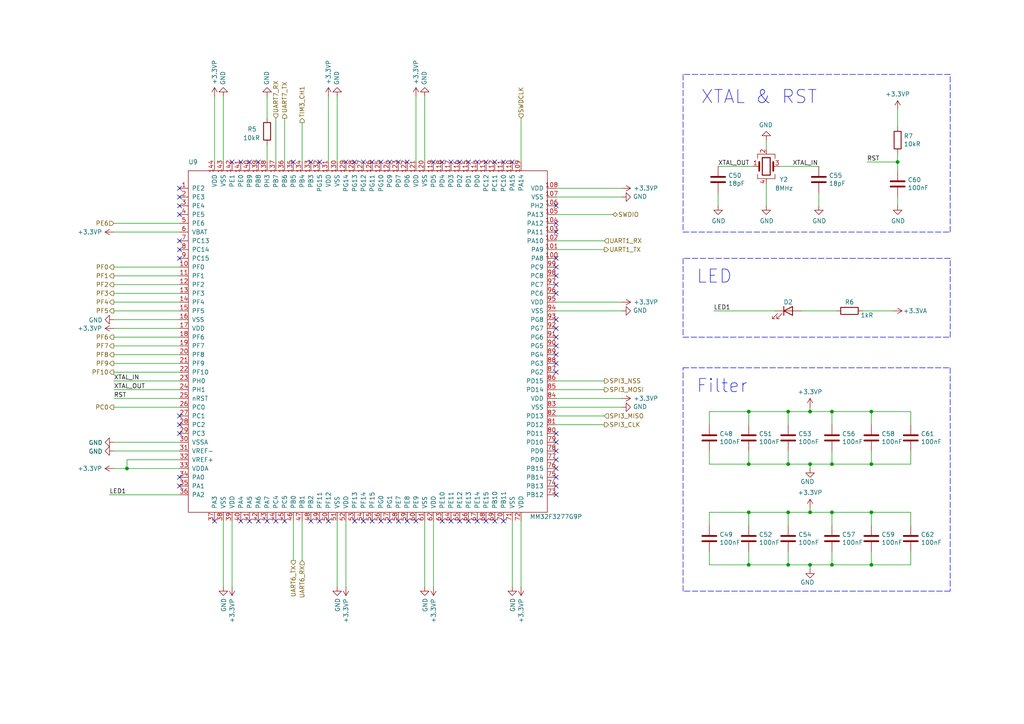
<source format=kicad_sch>
(kicad_sch (version 20211123) (generator eeschema)
  (paper "A4")
  (title_block (title "MM32 Control Board") (date "2022-05-18") (rev "1.5.4"))
  (lib_symbols
    (symbol "Device:C" (pin_numbers hide) (pin_names (offset 0.254))
      (property "Reference" "C" (at 0.635 2.54 0))
      (property "Value" "C" (at 0.635 -2.54 0))
      (symbol "C_0_1"
        (polyline (pts (xy -2.032 -0.762) (xy 2.032 -0.762)) (stroke (width 0.508)))
        (polyline (pts (xy -2.032 0.762) (xy 2.032 0.762)) (stroke (width 0.508)))
      )
      (symbol "C_1_1"
        (pin passive line (at 0 3.81 270) (length 2.794) (name "~") (number "1"))
        (pin passive line (at 0 -3.81 90) (length 2.794) (name "~") (number "2"))
      )
    )
    (symbol "Device:Crystal_GND24" (pin_names (offset 1.016) hide)
      (property "Reference" "Y" (at 3.175 5.08 0))
      (property "Value" "Crystal_GND24" (at 3.175 3.175 0))
      (symbol "Crystal_GND24_0_1"
        (rectangle (start -1.143 2.54) (end 1.143 -2.54) (stroke (width 0.3048)))
        (polyline (pts (xy -2.54 0) (xy -2.032 0)))
        (polyline (pts (xy -2.032 -1.27) (xy -2.032 1.27)) (stroke (width 0.508)))
        (polyline (pts (xy 0 -3.81) (xy 0 -3.556)))
        (polyline (pts (xy 0 3.556) (xy 0 3.81)))
        (polyline (pts (xy 2.032 -1.27) (xy 2.032 1.27)) (stroke (width 0.508)))
        (polyline (pts (xy 2.032 0) (xy 2.54 0)))
        (polyline (pts (xy -2.54 -2.286) (xy -2.54 -3.556) (xy 2.54 -3.556) (xy 2.54 -2.286)))
        (polyline (pts (xy -2.54 2.286) (xy -2.54 3.556) (xy 2.54 3.556) (xy 2.54 2.286)))
      )
      (symbol "Crystal_GND24_1_1"
        (pin passive line (at -3.81 0 0) (length 1.27) (name "1") (number "1"))
        (pin passive line (at 0 5.08 270) (length 1.27) (name "2") (number "2"))
        (pin passive line (at 3.81 0 180) (length 1.27) (name "3") (number "3"))
        (pin passive line (at 0 -5.08 90) (length 1.27) (name "4") (number "4"))
      )
    )
    (symbol "Device:LED" (pin_numbers hide) (pin_names (offset 1.016) hide)
      (property "Reference" "D" (at 0 2.54 0))
      (property "Value" "LED" (at 0 -2.54 0))
      (symbol "LED_0_1"
        (polyline (pts (xy -1.27 -1.27) (xy -1.27 1.27)) (stroke (width 0.254)))
        (polyline (pts (xy -1.27 0) (xy 1.27 0)))
        (polyline (pts (xy 1.27 -1.27) (xy 1.27 1.27) (xy -1.27 0) (xy 1.27 -1.27)) (stroke (width 0.254)))
        (polyline (pts (xy -3.048 -0.762) (xy -4.572 -2.286) (xy -3.81 -2.286) (xy -4.572 -2.286) (xy -4.572 -1.524)))
        (polyline (pts (xy -1.778 -0.762) (xy -3.302 -2.286) (xy -2.54 -2.286) (xy -3.302 -2.286) (xy -3.302 -1.524)))
      )
      (symbol "LED_1_1"
        (pin passive line (at -3.81 0 0) (length 2.54) (name "K") (number "1"))
        (pin passive line (at 3.81 0 180) (length 2.54) (name "A") (number "2"))
      )
    )
    (symbol "Device:R" (pin_numbers hide) (pin_names (offset 0))
      (property "Reference" "R" (at 2.032 0 90))
      (property "Value" "R" (at 0 0 90))
      (symbol "R_0_1"
        (rectangle (start -1.016 -2.54) (end 1.016 2.54) (stroke (width 0.254)))
      )
      (symbol "R_1_1"
        (pin passive line (at 0 3.81 270) (length 1.27) (name "~") (number "1"))
        (pin passive line (at 0 -3.81 90) (length 1.27) (name "~") (number "2"))
      )
    )
    (symbol "MM32_Periph:MM32F3277G9P" (pin_names (offset 1.016))
      (property "Reference" "U" (at 1.27 104.14 0))
      (property "Value" "MM32F3277G9P" (at 107.95 -2.54 0))
      (symbol "MM32F3277G9P_0_0"
        (pin bidirectional line (at -2.54 71.12 0) (length 2.54) (name "PF0") (number "10"))
        (pin bidirectional line (at 106.68 73.66 180) (length 2.54) (name "PA8") (number "100"))
        (pin bidirectional line (at 106.68 76.2 180) (length 2.54) (name "PA9") (number "101"))
        (pin bidirectional line (at 106.68 78.74 180) (length 2.54) (name "PA10") (number "102"))
        (pin bidirectional line (at 106.68 81.28 180) (length 2.54) (name "PA11") (number "103"))
        (pin bidirectional line (at 106.68 83.82 180) (length 2.54) (name "PA12") (number "104"))
        (pin bidirectional line (at 106.68 86.36 180) (length 2.54) (name "PA13") (number "105"))
        (pin bidirectional line (at 106.68 88.9 180) (length 2.54) (name "PH2") (number "106"))
        (pin power_in line (at 106.68 91.44 180) (length 2.54) (name "VSS") (number "107"))
        (pin power_in line (at 106.68 93.98 180) (length 2.54) (name "VDD") (number "108"))
        (pin bidirectional line (at 96.52 101.6 270) (length 2.54) (name "PA14") (number "109"))
        (pin bidirectional line (at -2.54 68.58 0) (length 2.54) (name "PF1") (number "11"))
        (pin bidirectional line (at 93.98 101.6 270) (length 2.54) (name "PA15") (number "110"))
        (pin bidirectional line (at 91.44 101.6 270) (length 2.54) (name "PC10") (number "111"))
        (pin bidirectional line (at 88.9 101.6 270) (length 2.54) (name "PC11") (number "112"))
        (pin bidirectional line (at 86.36 101.6 270) (length 2.54) (name "PC12") (number "113"))
        (pin bidirectional line (at 83.82 101.6 270) (length 2.54) (name "PD0") (number "114"))
        (pin bidirectional line (at 81.28 101.6 270) (length 2.54) (name "PD1") (number "115"))
        (pin bidirectional line (at 78.74 101.6 270) (length 2.54) (name "PD2") (number "116"))
        (pin bidirectional line (at 76.2 101.6 270) (length 2.54) (name "PD3") (number "117"))
        (pin bidirectional line (at 73.66 101.6 270) (length 2.54) (name "PD4") (number "118"))
        (pin bidirectional line (at 71.12 101.6 270) (length 2.54) (name "PD5") (number "119"))
        (pin bidirectional line (at -2.54 66.04 0) (length 2.54) (name "PF2") (number "12"))
        (pin power_in line (at 68.58 101.6 270) (length 2.54) (name "VSS") (number "120"))
        (pin power_in line (at 66.04 101.6 270) (length 2.54) (name "VDD") (number "121"))
        (pin bidirectional line (at 63.5 101.6 270) (length 2.54) (name "PD6") (number "122"))
        (pin bidirectional line (at 60.96 101.6 270) (length 2.54) (name "PD7") (number "123"))
        (pin bidirectional line (at 58.42 101.6 270) (length 2.54) (name "PG9") (number "124"))
        (pin bidirectional line (at 55.88 101.6 270) (length 2.54) (name "PG10") (number "125"))
        (pin bidirectional line (at 53.34 101.6 270) (length 2.54) (name "PG11") (number "126"))
        (pin bidirectional line (at 50.8 101.6 270) (length 2.54) (name "PG12") (number "127"))
        (pin bidirectional line (at 48.26 101.6 270) (length 2.54) (name "PG13") (number "128"))
        (pin bidirectional line (at 45.72 101.6 270) (length 2.54) (name "PG14") (number "129"))
        (pin bidirectional line (at -2.54 63.5 0) (length 2.54) (name "PF3") (number "13"))
        (pin power_in line (at 43.18 101.6 270) (length 2.54) (name "VSS") (number "130"))
        (pin power_in line (at 40.64 101.6 270) (length 2.54) (name "VDD") (number "131"))
        (pin bidirectional line (at 38.1 101.6 270) (length 2.54) (name "PG15") (number "132"))
        (pin bidirectional line (at 35.56 101.6 270) (length 2.54) (name "PB3") (number "133"))
        (pin bidirectional line (at 33.02 101.6 270) (length 2.54) (name "PB4") (number "134"))
        (pin bidirectional line (at 30.48 101.6 270) (length 2.54) (name "PB5") (number "135"))
        (pin bidirectional line (at 27.94 101.6 270) (length 2.54) (name "PB6") (number "136"))
        (pin bidirectional line (at 25.4 101.6 270) (length 2.54) (name "PB7") (number "137"))
        (pin bidirectional line (at 22.86 101.6 270) (length 2.54) (name "PH3") (number "138"))
        (pin bidirectional line (at 20.32 101.6 270) (length 2.54) (name "PB8") (number "139"))
        (pin bidirectional line (at -2.54 60.96 0) (length 2.54) (name "PF4") (number "14"))
        (pin bidirectional line (at 17.78 101.6 270) (length 2.54) (name "PB9") (number "140"))
        (pin bidirectional line (at 15.24 101.6 270) (length 2.54) (name "PE0") (number "141"))
        (pin bidirectional line (at 12.7 101.6 270) (length 2.54) (name "PE1") (number "142"))
        (pin power_in line (at 10.16 101.6 270) (length 2.54) (name "VSS") (number "143"))
        (pin power_in line (at 7.62 101.6 270) (length 2.54) (name "VDD") (number "144"))
        (pin bidirectional line (at -2.54 58.42 0) (length 2.54) (name "PF5") (number "15"))
        (pin power_in line (at -2.54 55.88 0) (length 2.54) (name "VSS") (number "16"))
        (pin power_in line (at -2.54 53.34 0) (length 2.54) (name "VDD") (number "17"))
        (pin bidirectional line (at -2.54 50.8 0) (length 2.54) (name "PF6") (number "18"))
        (pin bidirectional line (at -2.54 48.26 0) (length 2.54) (name "PF7") (number "19"))
        (pin bidirectional line (at -2.54 91.44 0) (length 2.54) (name "PE3") (number "2"))
        (pin bidirectional line (at -2.54 45.72 0) (length 2.54) (name "PF8") (number "20"))
        (pin bidirectional line (at -2.54 43.18 0) (length 2.54) (name "PF9") (number "21"))
        (pin bidirectional line (at -2.54 40.64 0) (length 2.54) (name "PF10") (number "22"))
        (pin bidirectional line (at -2.54 38.1 0) (length 2.54) (name "PH0") (number "23"))
        (pin bidirectional line (at -2.54 35.56 0) (length 2.54) (name "PH1") (number "24"))
        (pin bidirectional line (at -2.54 33.02 0) (length 2.54) (name "nRST") (number "25"))
        (pin bidirectional line (at -2.54 30.48 0) (length 2.54) (name "PC0") (number "26"))
        (pin bidirectional line (at -2.54 27.94 0) (length 2.54) (name "PC1") (number "27"))
        (pin bidirectional line (at -2.54 25.4 0) (length 2.54) (name "PC2") (number "28"))
        (pin bidirectional line (at -2.54 22.86 0) (length 2.54) (name "PC3") (number "29"))
        (pin bidirectional line (at -2.54 88.9 0) (length 2.54) (name "PE4") (number "3"))
        (pin power_in line (at -2.54 20.32 0) (length 2.54) (name "VSSA") (number "30"))
        (pin power_in line (at -2.54 17.78 0) (length 2.54) (name "VREF-") (number "31"))
        (pin power_in line (at -2.54 15.24 0) (length 2.54) (name "VREF+") (number "32"))
        (pin power_in line (at -2.54 12.7 0) (length 2.54) (name "VDDA") (number "33"))
        (pin bidirectional line (at -2.54 10.16 0) (length 2.54) (name "PA0") (number "34"))
        (pin bidirectional line (at -2.54 7.62 0) (length 2.54) (name "PA1") (number "35"))
        (pin bidirectional line (at -2.54 5.08 0) (length 2.54) (name "PA2") (number "36"))
        (pin bidirectional line (at 7.62 -2.54 90) (length 2.54) (name "PA3") (number "37"))
        (pin power_in line (at 10.16 -2.54 90) (length 2.54) (name "VSS") (number "38"))
        (pin power_in line (at 12.7 -2.54 90) (length 2.54) (name "VDD") (number "39"))
        (pin bidirectional line (at -2.54 86.36 0) (length 2.54) (name "PE5") (number "4"))
        (pin bidirectional line (at 15.24 -2.54 90) (length 2.54) (name "PA4") (number "40"))
        (pin bidirectional line (at 17.78 -2.54 90) (length 2.54) (name "PA5") (number "41"))
        (pin bidirectional line (at 20.32 -2.54 90) (length 2.54) (name "PA6") (number "42"))
        (pin bidirectional line (at 22.86 -2.54 90) (length 2.54) (name "PA7") (number "43"))
        (pin bidirectional line (at 25.4 -2.54 90) (length 2.54) (name "PC4") (number "44"))
        (pin bidirectional line (at 27.94 -2.54 90) (length 2.54) (name "PC5") (number "45"))
        (pin bidirectional line (at 30.48 -2.54 90) (length 2.54) (name "PB0") (number "46"))
        (pin bidirectional line (at 33.02 -2.54 90) (length 2.54) (name "PB1") (number "47"))
        (pin bidirectional line (at 35.56 -2.54 90) (length 2.54) (name "PB2") (number "48"))
        (pin bidirectional line (at 38.1 -2.54 90) (length 2.54) (name "PF11") (number "49"))
        (pin bidirectional line (at -2.54 83.82 0) (length 2.54) (name "PE6") (number "5"))
        (pin bidirectional line (at 40.64 -2.54 90) (length 2.54) (name "PF12") (number "50"))
        (pin power_in line (at 43.18 -2.54 90) (length 2.54) (name "VSS") (number "51"))
        (pin power_in line (at 45.72 -2.54 90) (length 2.54) (name "VDD") (number "52"))
        (pin bidirectional line (at 48.26 -2.54 90) (length 2.54) (name "PF13") (number "53"))
        (pin bidirectional line (at 50.8 -2.54 90) (length 2.54) (name "PF14") (number "54"))
        (pin bidirectional line (at 53.34 -2.54 90) (length 2.54) (name "PF15") (number "55"))
        (pin bidirectional line (at 55.88 -2.54 90) (length 2.54) (name "PG0") (number "56"))
        (pin bidirectional line (at 58.42 -2.54 90) (length 2.54) (name "PG1") (number "57"))
        (pin bidirectional line (at 60.96 -2.54 90) (length 2.54) (name "PE7") (number "58"))
        (pin bidirectional line (at 63.5 -2.54 90) (length 2.54) (name "PE8") (number "59"))
        (pin power_in line (at -2.54 81.28 0) (length 2.54) (name "VBAT") (number "6"))
        (pin bidirectional line (at 66.04 -2.54 90) (length 2.54) (name "PE9") (number "60"))
        (pin power_in line (at 68.58 -2.54 90) (length 2.54) (name "VSS") (number "61"))
        (pin power_in line (at 71.12 -2.54 90) (length 2.54) (name "VDD") (number "62"))
        (pin bidirectional line (at 73.66 -2.54 90) (length 2.54) (name "PE10") (number "63"))
        (pin bidirectional line (at 76.2 -2.54 90) (length 2.54) (name "PE11") (number "64"))
        (pin bidirectional line (at 78.74 -2.54 90) (length 2.54) (name "PE12") (number "65"))
        (pin bidirectional line (at 81.28 -2.54 90) (length 2.54) (name "PE13") (number "66"))
        (pin bidirectional line (at 83.82 -2.54 90) (length 2.54) (name "PE14") (number "67"))
        (pin bidirectional line (at 86.36 -2.54 90) (length 2.54) (name "PE15") (number "68"))
        (pin bidirectional line (at 88.9 -2.54 90) (length 2.54) (name "PB10") (number "69"))
        (pin bidirectional line (at -2.54 78.74 0) (length 2.54) (name "PC13") (number "7"))
        (pin bidirectional line (at 91.44 -2.54 90) (length 2.54) (name "PB11") (number "70"))
        (pin power_in line (at 93.98 -2.54 90) (length 2.54) (name "VSS") (number "71"))
        (pin power_in line (at 96.52 -2.54 90) (length 2.54) (name "VDD") (number "72"))
        (pin bidirectional line (at 106.68 5.08 180) (length 2.54) (name "PB12") (number "73"))
        (pin bidirectional line (at 106.68 7.62 180) (length 2.54) (name "PB13") (number "74"))
        (pin bidirectional line (at 106.68 10.16 180) (length 2.54) (name "PB14") (number "75"))
        (pin bidirectional line (at 106.68 12.7 180) (length 2.54) (name "PB15") (number "76"))
        (pin bidirectional line (at 106.68 15.24 180) (length 2.54) (name "PD8") (number "77"))
        (pin bidirectional line (at 106.68 17.78 180) (length 2.54) (name "PD9") (number "78"))
        (pin bidirectional line (at 106.68 20.32 180) (length 2.54) (name "PD10") (number "79"))
        (pin bidirectional line (at -2.54 76.2 0) (length 2.54) (name "PC14") (number "8"))
        (pin bidirectional line (at 106.68 22.86 180) (length 2.54) (name "PD11") (number "80"))
        (pin bidirectional line (at 106.68 25.4 180) (length 2.54) (name "PD12") (number "81"))
        (pin bidirectional line (at 106.68 27.94 180) (length 2.54) (name "PD13") (number "82"))
        (pin power_in line (at 106.68 30.48 180) (length 2.54) (name "VSS") (number "83"))
        (pin power_in line (at 106.68 33.02 180) (length 2.54) (name "VDD") (number "84"))
        (pin bidirectional line (at 106.68 35.56 180) (length 2.54) (name "PD14") (number "85"))
        (pin bidirectional line (at 106.68 38.1 180) (length 2.54) (name "PD15") (number "86"))
        (pin bidirectional line (at 106.68 40.64 180) (length 2.54) (name "PG2") (number "87"))
        (pin bidirectional line (at 106.68 43.18 180) (length 2.54) (name "PG3") (number "88"))
        (pin bidirectional line (at 106.68 45.72 180) (length 2.54) (name "PG4") (number "89"))
        (pin bidirectional line (at -2.54 73.66 0) (length 2.54) (name "PC15") (number "9"))
        (pin bidirectional line (at 106.68 48.26 180) (length 2.54) (name "PG5") (number "90"))
        (pin bidirectional line (at 106.68 50.8 180) (length 2.54) (name "PG6") (number "91"))
        (pin bidirectional line (at 106.68 53.34 180) (length 2.54) (name "PG7") (number "92"))
        (pin bidirectional line (at 106.68 55.88 180) (length 2.54) (name "PG8") (number "93"))
        (pin power_in line (at 106.68 58.42 180) (length 2.54) (name "VSS") (number "94"))
        (pin power_in line (at 106.68 60.96 180) (length 2.54) (name "VDD") (number "95"))
        (pin bidirectional line (at 106.68 63.5 180) (length 2.54) (name "PC6") (number "96"))
        (pin bidirectional line (at 106.68 66.04 180) (length 2.54) (name "PC7") (number "97"))
        (pin bidirectional line (at 106.68 68.58 180) (length 2.54) (name "PC8") (number "98"))
        (pin bidirectional line (at 106.68 71.12 180) (length 2.54) (name "PC9") (number "99"))
      )
      (symbol "MM32F3277G9P_0_1"
        (rectangle (start 0 99.06) (end 104.14 0))
      )
      (symbol "MM32F3277G9P_1_1"
        (pin bidirectional line (at -2.54 93.98 0) (length 2.54) (name "PE2") (number "1"))
      )
    )
    (symbol "power:+3.3VA" (power) (pin_names (offset 0))
      (property "Value" "+3.3VA" (at 0 3.556 0))
      (symbol "+3.3VA_0_1"
        (polyline (pts (xy -0.762 1.27) (xy 0 2.54)))
        (polyline (pts (xy 0 0) (xy 0 2.54)))
        (polyline (pts (xy 0 2.54) (xy 0.762 1.27)))
      )
      (symbol "+3.3VA_1_1"
        (pin power_in line (at 0 0 90) (length 0) hide (name "+3.3VA") (number "1"))
      )
    )
    (symbol "power:+3.3VP" (power) (pin_names (offset 0))
      (property "Value" "+3.3VP" (at 0 2.54 0))
      (symbol "+3.3VP_0_0"
        (pin power_in line (at 0 0 90) (length 0) hide (name "+3.3VP") (number "1"))
      )
      (symbol "+3.3VP_0_1"
        (polyline (pts (xy -0.762 1.27) (xy 0 2.54)))
        (polyline (pts (xy 0 0) (xy 0 2.54)))
        (polyline (pts (xy 0 2.54) (xy 0.762 1.27)))
      )
    )
    (symbol "power:GND" (power) (pin_names (offset 0))
      (property "Value" "GND" (at 0 -3.81 0))
      (symbol "GND_0_1"
        (polyline (pts (xy 0 0) (xy 0 -1.27) (xy 1.27 -1.27) (xy 0 -2.54) (xy -1.27 -1.27) (xy 0 -1.27)))
      )
      (symbol "GND_1_1"
        (pin power_in line (at 0 0 270) (length 0) hide (name "GND") (number "1"))
      )
    )
  )
  (junction (at 217.17 134.62))
  (junction (at 234.95 134.62))
  (junction (at 234.95 119.38))
  (junction (at 241.3 134.62))
  (junction (at 241.3 119.38))
  (junction (at 241.3 148.59))
  (junction (at 252.73 119.38))
  (junction (at 234.95 163.83))
  (junction (at 217.17 163.83))
  (junction (at 260.35 46.99))
  (junction (at 252.73 134.62))
  (junction (at 241.3 163.83))
  (junction (at 252.73 148.59))
  (junction (at 36.83 135.89))
  (junction (at 228.6 119.38))
  (junction (at 228.6 148.59))
  (junction (at 228.6 163.83))
  (junction (at 217.17 119.38))
  (junction (at 228.6 134.62))
  (junction (at 217.17 148.59))
  (junction (at 252.73 163.83))
  (junction (at 234.95 148.59))
  (no_connect (at 118.11 46.99))
  (no_connect (at 92.71 46.99))
  (no_connect (at 90.17 46.99))
  (no_connect (at 72.39 46.99))
  (no_connect (at 69.85 46.99))
  (no_connect (at 67.31 46.99))
  (no_connect (at 85.09 46.99))
  (no_connect (at 143.51 151.13))
  (no_connect (at 52.07 54.61))
  (no_connect (at 161.29 97.79))
  (no_connect (at 161.29 143.51))
  (no_connect (at 77.47 151.13))
  (no_connect (at 115.57 151.13))
  (no_connect (at 52.07 74.93))
  (no_connect (at 107.95 46.99))
  (no_connect (at 102.87 46.99))
  (no_connect (at 110.49 151.13))
  (no_connect (at 130.81 46.99))
  (no_connect (at 100.33 46.99))
  (no_connect (at 161.29 77.47))
  (no_connect (at 161.29 107.95))
  (no_connect (at 133.35 151.13))
  (no_connect (at 161.29 100.33))
  (no_connect (at 161.29 135.89))
  (no_connect (at 115.57 46.99))
  (no_connect (at 118.11 151.13))
  (no_connect (at 52.07 120.65))
  (no_connect (at 105.41 46.99))
  (no_connect (at 161.29 67.31))
  (no_connect (at 135.89 151.13))
  (no_connect (at 113.03 46.99))
  (no_connect (at 161.29 133.35))
  (no_connect (at 161.29 130.81))
  (no_connect (at 92.71 151.13))
  (no_connect (at 161.29 138.43))
  (no_connect (at 161.29 92.71))
  (no_connect (at 52.07 138.43))
  (no_connect (at 138.43 151.13))
  (no_connect (at 52.07 72.39))
  (no_connect (at 52.07 69.85))
  (no_connect (at 69.85 151.13))
  (no_connect (at 138.43 46.99))
  (no_connect (at 161.29 125.73))
  (no_connect (at 161.29 102.87))
  (no_connect (at 120.65 151.13))
  (no_connect (at 148.59 46.99))
  (no_connect (at 161.29 74.93))
  (no_connect (at 105.41 151.13))
  (no_connect (at 102.87 151.13))
  (no_connect (at 74.93 46.99))
  (no_connect (at 52.07 140.97))
  (no_connect (at 161.29 140.97))
  (no_connect (at 161.29 105.41))
  (no_connect (at 140.97 151.13))
  (no_connect (at 128.27 151.13))
  (no_connect (at 72.39 151.13))
  (no_connect (at 113.03 151.13))
  (no_connect (at 107.95 151.13))
  (no_connect (at 62.23 151.13))
  (no_connect (at 128.27 46.99))
  (no_connect (at 125.73 46.99))
  (no_connect (at 52.07 123.19))
  (no_connect (at 135.89 46.99))
  (no_connect (at 146.05 151.13))
  (no_connect (at 80.01 151.13))
  (no_connect (at 161.29 80.01))
  (no_connect (at 161.29 128.27))
  (no_connect (at 90.17 151.13))
  (no_connect (at 52.07 59.69))
  (no_connect (at 52.07 57.15))
  (no_connect (at 74.93 151.13))
  (no_connect (at 161.29 85.09))
  (no_connect (at 110.49 46.99))
  (no_connect (at 52.07 62.23))
  (no_connect (at 133.35 46.99))
  (no_connect (at 161.29 59.69))
  (no_connect (at 95.25 151.13))
  (no_connect (at 82.55 151.13))
  (no_connect (at 161.29 82.55))
  (no_connect (at 146.05 46.99))
  (no_connect (at 143.51 46.99))
  (no_connect (at 130.81 151.13))
  (no_connect (at 161.29 64.77))
  (no_connect (at 161.29 95.25))
  (no_connect (at 52.07 125.73))
  (no_connect (at 140.97 46.99))
  (wire (pts (xy 85.09 151.13) (xy 85.09 162.56)))
  (wire (pts (xy 241.3 130.81) (xy 241.3 134.62)))
  (wire (pts (xy 241.3 160.02) (xy 241.3 163.83)))
  (wire (pts (xy 33.02 100.33) (xy 52.07 100.33)))
  (wire (pts (xy 33.02 102.87) (xy 52.07 102.87)))
  (wire (pts (xy 205.74 119.38) (xy 217.17 119.38)))
  (wire (pts (xy 234.95 148.59) (xy 241.3 148.59)))
  (wire (pts (xy 161.29 72.39) (xy 175.26 72.39)))
  (wire (pts (xy 250.19 90.17) (xy 259.08 90.17)))
  (wire (pts (xy 33.02 90.17) (xy 52.07 90.17)))
  (wire (pts (xy 33.02 107.95) (xy 52.07 107.95)))
  (wire (pts (xy 218.44 48.26) (xy 208.28 48.26)))
  (wire (pts (xy 33.02 82.55) (xy 52.07 82.55)))
  (wire (pts (xy 205.74 152.4) (xy 205.74 148.59)))
  (wire (pts (xy 252.73 119.38) (xy 264.16 119.38)))
  (wire (pts (xy 33.02 130.81) (xy 52.07 130.81)))
  (wire (pts (xy 252.73 130.81) (xy 252.73 134.62)))
  (wire (pts (xy 251.46 46.99) (xy 260.35 46.99)))
  (wire (pts (xy 234.95 165.1) (xy 234.95 163.83)))
  (wire (pts (xy 33.02 105.41) (xy 52.07 105.41)))
  (wire (pts (xy 52.07 113.03) (xy 33.02 113.03)))
  (wire (pts (xy 161.29 90.17) (xy 180.34 90.17)))
  (wire (pts (xy 33.02 87.63) (xy 52.07 87.63)))
  (polyline (pts (xy 275.59 21.59) (xy 198.12 21.59)))
  (wire (pts (xy 97.79 27.94) (xy 97.79 46.99)))
  (wire (pts (xy 33.02 128.27) (xy 52.07 128.27)))
  (wire (pts (xy 97.79 170.18) (xy 97.79 151.13)))
  (polyline (pts (xy 275.59 171.45) (xy 198.12 171.45)))
  (polyline (pts (xy 275.59 74.93) (xy 198.12 74.93)))
  (wire (pts (xy 228.6 152.4) (xy 228.6 148.59)))
  (wire (pts (xy 264.16 134.62) (xy 264.16 130.81)))
  (wire (pts (xy 234.95 135.89) (xy 234.95 134.62)))
  (wire (pts (xy 228.6 119.38) (xy 234.95 119.38)))
  (wire (pts (xy 33.02 118.11) (xy 52.07 118.11)))
  (wire (pts (xy 33.02 135.89) (xy 36.83 135.89)))
  (wire (pts (xy 205.74 134.62) (xy 217.17 134.62)))
  (wire (pts (xy 100.33 170.18) (xy 100.33 151.13)))
  (wire (pts (xy 228.6 163.83) (xy 234.95 163.83)))
  (wire (pts (xy 161.29 118.11) (xy 180.34 118.11)))
  (wire (pts (xy 62.23 27.94) (xy 62.23 46.99)))
  (wire (pts (xy 161.29 54.61) (xy 180.34 54.61)))
  (polyline (pts (xy 275.59 67.31) (xy 275.59 21.59)))
  (wire (pts (xy 252.73 134.62) (xy 264.16 134.62)))
  (wire (pts (xy 241.3 134.62) (xy 252.73 134.62)))
  (wire (pts (xy 120.65 27.94) (xy 120.65 46.99)))
  (wire (pts (xy 205.74 163.83) (xy 217.17 163.83)))
  (wire (pts (xy 252.73 123.19) (xy 252.73 119.38)))
  (wire (pts (xy 33.02 92.71) (xy 52.07 92.71)))
  (wire (pts (xy 264.16 163.83) (xy 264.16 160.02)))
  (polyline (pts (xy 198.12 21.59) (xy 198.12 67.31)))
  (wire (pts (xy 87.63 35.56) (xy 87.63 46.99)))
  (wire (pts (xy 252.73 163.83) (xy 264.16 163.83)))
  (wire (pts (xy 234.95 134.62) (xy 241.3 134.62)))
  (wire (pts (xy 241.3 163.83) (xy 252.73 163.83)))
  (wire (pts (xy 241.3 123.19) (xy 241.3 119.38)))
  (polyline (pts (xy 198.12 97.79) (xy 275.59 97.79)))
  (wire (pts (xy 228.6 148.59) (xy 234.95 148.59)))
  (polyline (pts (xy 275.59 106.68) (xy 275.59 171.45)))
  (wire (pts (xy 234.95 119.38) (xy 234.95 118.11)))
  (wire (pts (xy 205.74 148.59) (xy 217.17 148.59)))
  (wire (pts (xy 36.83 133.35) (xy 36.83 135.89)))
  (wire (pts (xy 33.02 97.79) (xy 52.07 97.79)))
  (wire (pts (xy 125.73 170.18) (xy 125.73 151.13)))
  (wire (pts (xy 64.77 170.18) (xy 64.77 151.13)))
  (wire (pts (xy 217.17 119.38) (xy 228.6 119.38)))
  (wire (pts (xy 260.35 57.15) (xy 260.35 59.69)))
  (wire (pts (xy 33.02 85.09) (xy 52.07 85.09)))
  (wire (pts (xy 252.73 160.02) (xy 252.73 163.83)))
  (wire (pts (xy 123.19 27.94) (xy 123.19 46.99)))
  (wire (pts (xy 208.28 55.88) (xy 208.28 59.69)))
  (wire (pts (xy 205.74 130.81) (xy 205.74 134.62)))
  (wire (pts (xy 228.6 134.62) (xy 234.95 134.62)))
  (wire (pts (xy 64.77 27.94) (xy 64.77 46.99)))
  (wire (pts (xy 77.47 27.94) (xy 77.47 34.29)))
  (wire (pts (xy 241.3 148.59) (xy 252.73 148.59)))
  (polyline (pts (xy 198.12 106.68) (xy 275.59 106.68)))
  (wire (pts (xy 205.74 160.02) (xy 205.74 163.83)))
  (wire (pts (xy 161.29 57.15) (xy 180.34 57.15)))
  (wire (pts (xy 175.26 69.85) (xy 161.29 69.85)))
  (wire (pts (xy 77.47 41.91) (xy 77.47 46.99)))
  (wire (pts (xy 33.02 67.31) (xy 52.07 67.31)))
  (wire (pts (xy 217.17 134.62) (xy 228.6 134.62)))
  (wire (pts (xy 161.29 115.57) (xy 180.34 115.57)))
  (wire (pts (xy 228.6 130.81) (xy 228.6 134.62)))
  (wire (pts (xy 87.63 162.56) (xy 87.63 151.13)))
  (wire (pts (xy 148.59 170.18) (xy 148.59 151.13)))
  (wire (pts (xy 33.02 95.25) (xy 52.07 95.25)))
  (wire (pts (xy 205.74 123.19) (xy 205.74 119.38)))
  (wire (pts (xy 241.3 152.4) (xy 241.3 148.59)))
  (wire (pts (xy 175.26 120.65) (xy 161.29 120.65)))
  (wire (pts (xy 260.35 46.99) (xy 260.35 49.53)))
  (wire (pts (xy 252.73 148.59) (xy 264.16 148.59)))
  (wire (pts (xy 161.29 110.49) (xy 175.26 110.49)))
  (wire (pts (xy 52.07 133.35) (xy 36.83 133.35)))
  (polyline (pts (xy 198.12 171.45) (xy 198.12 106.68)))
  (wire (pts (xy 217.17 123.19) (xy 217.17 119.38)))
  (wire (pts (xy 33.02 110.49) (xy 52.07 110.49)))
  (wire (pts (xy 80.01 34.29) (xy 80.01 46.99)))
  (wire (pts (xy 234.95 163.83) (xy 241.3 163.83)))
  (wire (pts (xy 217.17 152.4) (xy 217.17 148.59)))
  (wire (pts (xy 228.6 160.02) (xy 228.6 163.83)))
  (wire (pts (xy 234.95 148.59) (xy 234.95 147.32)))
  (wire (pts (xy 222.25 43.18) (xy 222.25 40.64)))
  (wire (pts (xy 33.02 115.57) (xy 52.07 115.57)))
  (wire (pts (xy 33.02 64.77) (xy 52.07 64.77)))
  (wire (pts (xy 67.31 170.18) (xy 67.31 151.13)))
  (polyline (pts (xy 198.12 74.93) (xy 198.12 97.79)))
  (wire (pts (xy 241.3 119.38) (xy 252.73 119.38)))
  (wire (pts (xy 33.02 80.01) (xy 52.07 80.01)))
  (wire (pts (xy 161.29 113.03) (xy 175.26 113.03)))
  (wire (pts (xy 52.07 143.51) (xy 31.75 143.51)))
  (wire (pts (xy 151.13 34.29) (xy 151.13 46.99)))
  (polyline (pts (xy 275.59 97.79) (xy 275.59 74.93)))
  (wire (pts (xy 123.19 170.18) (xy 123.19 151.13)))
  (wire (pts (xy 234.95 119.38) (xy 241.3 119.38)))
  (wire (pts (xy 226.06 48.26) (xy 237.49 48.26)))
  (wire (pts (xy 217.17 163.83) (xy 228.6 163.83)))
  (wire (pts (xy 264.16 148.59) (xy 264.16 152.4)))
  (wire (pts (xy 217.17 160.02) (xy 217.17 163.83)))
  (wire (pts (xy 151.13 170.18) (xy 151.13 151.13)))
  (wire (pts (xy 252.73 152.4) (xy 252.73 148.59)))
  (wire (pts (xy 217.17 130.81) (xy 217.17 134.62)))
  (polyline (pts (xy 198.12 67.31) (xy 275.59 67.31)))
  (wire (pts (xy 237.49 55.88) (xy 237.49 59.69)))
  (wire (pts (xy 161.29 123.19) (xy 175.26 123.19)))
  (wire (pts (xy 260.35 31.75) (xy 260.35 36.83)))
  (wire (pts (xy 33.02 77.47) (xy 52.07 77.47)))
  (wire (pts (xy 232.41 90.17) (xy 242.57 90.17)))
  (wire (pts (xy 228.6 123.19) (xy 228.6 119.38)))
  (wire (pts (xy 95.25 27.94) (xy 95.25 46.99)))
  (wire (pts (xy 82.55 46.99) (xy 82.55 34.29)))
  (wire (pts (xy 217.17 148.59) (xy 228.6 148.59)))
  (wire (pts (xy 161.29 62.23) (xy 177.8 62.23)))
  (wire (pts (xy 224.79 90.17) (xy 207.01 90.17)))
  (wire (pts (xy 180.34 87.63) (xy 161.29 87.63)))
  (wire (pts (xy 264.16 119.38) (xy 264.16 123.19)))
  (wire (pts (xy 36.83 135.89) (xy 52.07 135.89)))
  (wire (pts (xy 222.25 53.34) (xy 222.25 59.69)))
  (wire (pts (xy 260.35 44.45) (xy 260.35 46.99)))
  (text "LED" (at 201.93 82.55 0) (effects (font (size 3.81 3.81)) (justify left bottom)))
  (text "XTAL & RST" (at 203.2 30.48 0) (effects (font (size 3.81 3.81)) (justify left bottom)))
  (text "Filter" (at 201.93 114.3 0) (effects (font (size 3.81 3.81)) (justify left bottom)))
  (label "XTAL_IN" (at 33.02 110.49 0))
  (label "XTAL_OUT" (at 208.28 48.26 0))
  (label "LED1" (at 207.01 90.17 0))
  (label "RST" (at 33.02 115.57 0))
  (label "RST" (at 251.46 46.99 0))
  (label "LED1" (at 31.75 143.51 0))
  (label "XTAL_IN" (at 229.87 48.26 0))
  (label "XTAL_OUT" (at 33.02 113.03 0))
  (hierarchical_label "PF2" (shape output) (at 33.02 82.55 180))
  (hierarchical_label "UART6_RX" (shape input) (at 87.63 162.56 270))
  (hierarchical_label "TIM3_CH1" (shape output) (at 87.63 35.56 90))
  (hierarchical_label "PF10" (shape output) (at 33.02 107.95 180))
  (hierarchical_label "PC0" (shape output) (at 33.02 118.11 180))
  (hierarchical_label "PF0" (shape output) (at 33.02 77.47 180))
  (hierarchical_label "PE6" (shape input) (at 33.02 64.77 180))
  (hierarchical_label "PF1" (shape output) (at 33.02 80.01 180))
  (hierarchical_label "UART6_TX" (shape output) (at 85.09 162.56 270))
  (hierarchical_label "PF9" (shape output) (at 33.02 105.41 180))
  (hierarchical_label "SPI3_CLK" (shape output) (at 175.26 123.19 0))
  (hierarchical_label "UART7_TX" (shape output) (at 82.55 34.29 90))
  (hierarchical_label "SWDCLK" (shape input) (at 151.13 34.29 90))
  (hierarchical_label "SPI3_NSS" (shape output) (at 175.26 110.49 0))
  (hierarchical_label "UART1_RX" (shape input) (at 175.26 69.85 0))
  (hierarchical_label "PF6" (shape output) (at 33.02 97.79 180))
  (hierarchical_label "PF8" (shape output) (at 33.02 102.87 180))
  (hierarchical_label "SPI3_MISO" (shape input) (at 175.26 120.65 0))
  (hierarchical_label "UART7_RX" (shape input) (at 80.01 34.29 90))
  (hierarchical_label "PF5" (shape output) (at 33.02 90.17 180))
  (hierarchical_label "SPI3_MOSI" (shape output) (at 175.26 113.03 0))
  (hierarchical_label "PF7" (shape output) (at 33.02 100.33 180))
  (hierarchical_label "PF3" (shape output) (at 33.02 85.09 180))
  (hierarchical_label "SWDIO" (shape bidirectional) (at 177.8 62.23 0))
  (hierarchical_label "PF4" (shape output) (at 33.02 87.63 180))
  (hierarchical_label "UART1_TX" (shape output) (at 175.26 72.39 0))
  (symbol (lib_id "MM32_Periph:MM32F3277G9P") (at 54.61 148.59 0) (unit 1)
    (property "Reference" "U9" (at 54.61 46.99 0) (effects (justify left)))
    (property "Value" "MM32F3277G9P" (at 153.67 149.86 0) (effects (justify left)))
    (property "Footprint" "ControlBoard:LQFP-144_20x20mm_P0.5mm" (effects hide))
  )
  (symbol (lib_id "Device:Crystal_GND24") (at 222.25 48.26 0) (unit 1)
    (property "Reference" "Y2" (at 226.06 52.07 0) (effects (justify left)))
    (property "Value" "8MHz" (at 224.79 54.61 0) (effects (justify left)))
    (property "Footprint" "ControlBoard:Crystal_SMD_3225-4Pin_3.2x2.5mm" (effects hide))
  )
  (symbol (lib_id "Device:C") (at 208.28 52.07 0) (unit 1)
    (property "Reference" "C50" (at 211.201 50.9016 0) (effects (justify left)))
    (property "Value" "18pF" (at 211.201 53.213 0) (effects (justify left)))
    (property "Footprint" "ControlBoard:C_0603_1608Metric" (effects hide))
  )
  (symbol (lib_id "Device:C") (at 237.49 52.07 0) (unit 1)
    (property "Reference" "C55" (at 240.411 50.9016 0) (effects (justify left)))
    (property "Value" "18pF" (at 240.411 53.213 0) (effects (justify left)))
    (property "Footprint" "ControlBoard:C_0603_1608Metric" (effects hide))
  )
  (symbol (lib_id "power:GND") (at 237.49 59.69 0) (unit 1)
    (property "Reference" "#PWR0143" (effects hide))
    (property "Value" "GND" (at 237.617 64.0842 0))
  )
  (symbol (lib_id "power:GND") (at 208.28 59.69 0) (unit 1)
    (property "Reference" "#PWR0136" (effects hide))
    (property "Value" "GND" (at 208.407 64.0842 0))
  )
  (symbol (lib_id "power:GND") (at 222.25 59.69 0) (unit 1)
    (property "Reference" "#PWR0138" (effects hide))
    (property "Value" "GND" (at 222.377 64.0842 0))
  )
  (symbol (lib_id "power:GND") (at 222.25 40.64 180) (unit 1)
    (property "Reference" "#PWR0137" (effects hide))
    (property "Value" "GND" (at 222.123 36.2458 0))
  )
  (symbol (lib_id "Device:C") (at 260.35 53.34 0) (unit 1)
    (property "Reference" "C60" (at 263.271 52.1716 0) (effects (justify left)))
    (property "Value" "100nF" (at 263.271 54.483 0) (effects (justify left)))
    (property "Footprint" "ControlBoard:C_0603_1608Metric" (effects hide))
  )
  (symbol (lib_id "power:GND") (at 260.35 59.69 0) (unit 1)
    (property "Reference" "#PWR0146" (effects hide))
    (property "Value" "GND" (at 260.477 64.0842 0))
  )
  (symbol (lib_id "Device:R") (at 260.35 40.64 0) (unit 1)
    (property "Reference" "R7" (at 262.128 39.4716 0) (effects (justify left)))
    (property "Value" "10kR" (at 262.128 41.783 0) (effects (justify left)))
    (property "Footprint" "ControlBoard:R_0603_1608Metric" (effects hide))
  )
  (symbol (lib_id "power:GND") (at 180.34 57.15 90) (unit 1)
    (property "Reference" "#PWR0131" (effects hide))
    (property "Value" "GND" (at 183.5912 57.023 90) (effects (justify right)))
  )
  (symbol (lib_id "power:GND") (at 33.02 128.27 270) (unit 1)
    (property "Reference" "#PWR0112" (effects hide))
    (property "Value" "GND" (at 29.7688 128.397 90) (effects (justify right)))
  )
  (symbol (lib_id "power:GND") (at 180.34 90.17 90) (unit 1)
    (property "Reference" "#PWR0133" (effects hide))
    (property "Value" "GND" (at 183.5912 90.043 90) (effects (justify right)))
  )
  (symbol (lib_id "power:GND") (at 180.34 118.11 90) (unit 1)
    (property "Reference" "#PWR0135" (effects hide))
    (property "Value" "GND" (at 183.5912 117.983 90) (effects (justify right)))
  )
  (symbol (lib_id "Device:C") (at 205.74 127 0) (unit 1)
    (property "Reference" "C48" (at 208.661 125.8316 0) (effects (justify left)))
    (property "Value" "100nF" (at 208.661 128.143 0) (effects (justify left)))
    (property "Footprint" "ControlBoard:C_0603_1608Metric" (effects hide))
  )
  (symbol (lib_id "Device:C") (at 217.17 127 0) (unit 1)
    (property "Reference" "C51" (at 220.091 125.8316 0) (effects (justify left)))
    (property "Value" "100nF" (at 220.091 128.143 0) (effects (justify left)))
    (property "Footprint" "ControlBoard:C_0603_1608Metric" (effects hide))
  )
  (symbol (lib_id "Device:C") (at 228.6 127 0) (unit 1)
    (property "Reference" "C53" (at 231.521 125.8316 0) (effects (justify left)))
    (property "Value" "100nF" (at 231.521 128.143 0) (effects (justify left)))
    (property "Footprint" "ControlBoard:C_0603_1608Metric" (effects hide))
  )
  (symbol (lib_id "Device:C") (at 241.3 127 0) (unit 1)
    (property "Reference" "C56" (at 244.221 125.8316 0) (effects (justify left)))
    (property "Value" "100nF" (at 244.221 128.143 0) (effects (justify left)))
    (property "Footprint" "ControlBoard:C_0603_1608Metric" (effects hide))
  )
  (symbol (lib_id "Device:C") (at 252.73 127 0) (unit 1)
    (property "Reference" "C58" (at 255.651 125.8316 0) (effects (justify left)))
    (property "Value" "100nF" (at 255.651 128.143 0) (effects (justify left)))
    (property "Footprint" "ControlBoard:C_0603_1608Metric" (effects hide))
  )
  (symbol (lib_id "Device:C") (at 264.16 127 0) (unit 1)
    (property "Reference" "C61" (at 267.081 125.8316 0) (effects (justify left)))
    (property "Value" "100nF" (at 267.081 128.143 0) (effects (justify left)))
    (property "Footprint" "ControlBoard:C_0603_1608Metric" (effects hide))
  )
  (symbol (lib_id "power:GND") (at 33.02 92.71 270) (unit 1)
    (property "Reference" "#PWR0110" (effects hide))
    (property "Value" "GND" (at 29.7688 92.837 90) (effects (justify right)))
  )
  (symbol (lib_id "power:GND") (at 33.02 130.81 270) (unit 1)
    (property "Reference" "#PWR0113" (effects hide))
    (property "Value" "GND" (at 29.7688 130.937 90) (effects (justify right)))
  )
  (symbol (lib_id "power:GND") (at 234.95 135.89 0) (unit 1)
    (property "Reference" "#PWR0140" (effects hide))
    (property "Value" "GND" (at 236.22 139.7 0) (effects (justify right)))
  )
  (symbol (lib_id "power:GND") (at 64.77 27.94 180) (unit 1)
    (property "Reference" "#PWR0116" (effects hide))
    (property "Value" "GND" (at 64.643 24.6888 90) (effects (justify right)))
  )
  (symbol (lib_id "power:GND") (at 97.79 27.94 180) (unit 1)
    (property "Reference" "#PWR0121" (effects hide))
    (property "Value" "GND" (at 97.663 24.6888 90) (effects (justify right)))
  )
  (symbol (lib_id "power:GND") (at 123.19 27.94 180) (unit 1)
    (property "Reference" "#PWR0125" (effects hide))
    (property "Value" "GND" (at 123.063 24.6888 90) (effects (justify right)))
  )
  (symbol (lib_id "power:GND") (at 148.59 170.18 0) (unit 1)
    (property "Reference" "#PWR0128" (effects hide))
    (property "Value" "GND" (at 148.717 173.4312 90) (effects (justify right)))
  )
  (symbol (lib_id "power:GND") (at 123.19 170.18 0) (unit 1)
    (property "Reference" "#PWR0126" (effects hide))
    (property "Value" "GND" (at 123.317 173.4312 90) (effects (justify right)))
  )
  (symbol (lib_id "power:GND") (at 97.79 170.18 0) (unit 1)
    (property "Reference" "#PWR0122" (effects hide))
    (property "Value" "GND" (at 97.917 173.4312 90) (effects (justify right)))
  )
  (symbol (lib_id "power:GND") (at 64.77 170.18 0) (unit 1)
    (property "Reference" "#PWR0117" (effects hide))
    (property "Value" "GND" (at 64.897 173.4312 90) (effects (justify right)))
  )
  (symbol (lib_id "Device:C") (at 205.74 156.21 0) (unit 1)
    (property "Reference" "C49" (at 208.661 155.0416 0) (effects (justify left)))
    (property "Value" "100nF" (at 208.661 157.353 0) (effects (justify left)))
    (property "Footprint" "ControlBoard:C_0603_1608Metric" (effects hide))
  )
  (symbol (lib_id "Device:C") (at 217.17 156.21 0) (unit 1)
    (property "Reference" "C52" (at 220.091 155.0416 0) (effects (justify left)))
    (property "Value" "100nF" (at 220.091 157.353 0) (effects (justify left)))
    (property "Footprint" "ControlBoard:C_0603_1608Metric" (effects hide))
  )
  (symbol (lib_id "Device:C") (at 228.6 156.21 0) (unit 1)
    (property "Reference" "C54" (at 231.521 155.0416 0) (effects (justify left)))
    (property "Value" "100nF" (at 231.521 157.353 0) (effects (justify left)))
    (property "Footprint" "ControlBoard:C_0603_1608Metric" (effects hide))
  )
  (symbol (lib_id "Device:C") (at 241.3 156.21 0) (unit 1)
    (property "Reference" "C57" (at 244.221 155.0416 0) (effects (justify left)))
    (property "Value" "100nF" (at 244.221 157.353 0) (effects (justify left)))
    (property "Footprint" "ControlBoard:C_0603_1608Metric" (effects hide))
  )
  (symbol (lib_id "Device:C") (at 252.73 156.21 0) (unit 1)
    (property "Reference" "C59" (at 255.651 155.0416 0) (effects (justify left)))
    (property "Value" "100nF" (at 255.651 157.353 0) (effects (justify left)))
    (property "Footprint" "ControlBoard:C_0603_1608Metric" (effects hide))
  )
  (symbol (lib_id "Device:C") (at 264.16 156.21 0) (unit 1)
    (property "Reference" "C62" (at 267.081 155.0416 0) (effects (justify left)))
    (property "Value" "100nF" (at 267.081 157.353 0) (effects (justify left)))
    (property "Footprint" "ControlBoard:C_0603_1608Metric" (effects hide))
  )
  (symbol (lib_id "power:GND") (at 234.95 165.1 0) (unit 1)
    (property "Reference" "#PWR0142" (effects hide))
    (property "Value" "GND" (at 236.22 168.91 0) (effects (justify right)))
  )
  (symbol (lib_id "Device:LED") (at 228.6 90.17 0) (unit 1)
    (property "Reference" "D2" (at 228.6 87.63 0))
    (property "Value" "LED" (effects hide))
    (property "Footprint" "ControlBoard:LED_0603_1608Metric" (effects hide))
  )
  (symbol (lib_id "Device:R") (at 246.38 90.17 270) (unit 1)
    (property "Reference" "R6" (at 246.38 87.63 90))
    (property "Value" "1kR" (at 251.46 91.44 90))
    (property "Footprint" "ControlBoard:R_0603_1608Metric" (effects hide))
  )
  (symbol (lib_id "Device:R") (at 77.47 38.1 0) (unit 1)
    (property "Reference" "R5" (at 71.755 37.465 0) (effects (justify left)))
    (property "Value" "10kR" (at 70.485 40.005 0) (effects (justify left)))
    (property "Footprint" "ControlBoard:R_0603_1608Metric" (effects hide))
  )
  (symbol (lib_id "power:GND") (at 77.47 27.94 180) (unit 1)
    (property "Reference" "#PWR0119" (effects hide))
    (property "Value" "GND" (at 77.343 24.6888 90) (effects (justify right)))
  )
  (symbol (lib_id "power:+3.3VP") (at 180.34 87.63 270) (unit 1)
    (property "Reference" "#PWR0132" (effects hide))
    (property "Value" "+3.3VP" (at 187.325 87.63 90))
  )
  (symbol (lib_id "power:+3.3VP") (at 95.25 27.94 0) (unit 1)
    (property "Reference" "#PWR0120" (effects hide))
    (property "Value" "+3.3VP" (at 95.25 20.955 90))
  )
  (symbol (lib_id "power:+3.3VP") (at 125.73 170.18 180) (unit 1)
    (property "Reference" "#PWR0127" (effects hide))
    (property "Value" "+3.3VP" (at 125.73 177.165 90))
  )
  (symbol (lib_id "power:+3.3VP") (at 33.02 95.25 90) (unit 1)
    (property "Reference" "#PWR0111" (effects hide))
    (property "Value" "+3.3VP" (at 26.035 95.25 90))
  )
  (symbol (lib_id "power:+3.3VP") (at 33.02 67.31 90) (unit 1)
    (property "Reference" "#PWR0109" (effects hide))
    (property "Value" "+3.3VP" (at 26.035 67.31 90))
  )
  (symbol (lib_id "power:+3.3VP") (at 234.95 147.32 0) (unit 1)
    (property "Reference" "#PWR0141" (effects hide))
    (property "Value" "+3.3VP" (at 234.95 142.875 0))
  )
  (symbol (lib_id "power:+3.3VP") (at 151.13 170.18 180) (unit 1)
    (property "Reference" "#PWR0129" (effects hide))
    (property "Value" "+3.3VP" (at 151.13 177.165 90))
  )
  (symbol (lib_id "power:+3.3VP") (at 67.31 170.18 180) (unit 1)
    (property "Reference" "#PWR0118" (effects hide))
    (property "Value" "+3.3VP" (at 67.31 177.165 90))
  )
  (symbol (lib_id "power:+3.3VP") (at 180.34 115.57 270) (unit 1)
    (property "Reference" "#PWR0134" (effects hide))
    (property "Value" "+3.3VP" (at 187.325 115.57 90))
  )
  (symbol (lib_id "power:+3.3VP") (at 260.35 31.75 0) (unit 1)
    (property "Reference" "#PWR0145" (effects hide))
    (property "Value" "+3.3VP" (at 260.35 27.305 0))
  )
  (symbol (lib_id "power:+3.3VP") (at 33.02 135.89 90) (unit 1)
    (property "Reference" "#PWR0114" (effects hide))
    (property "Value" "+3.3VP" (at 26.035 135.89 90))
  )
  (symbol (lib_id "power:+3.3VA") (at 259.08 90.17 270) (unit 1)
    (property "Reference" "#PWR0144" (effects hide))
    (property "Value" "+3.3VA" (at 265.43 90.17 90))
  )
  (symbol (lib_id "power:+3.3VP") (at 100.33 170.18 180) (unit 1)
    (property "Reference" "#PWR0123" (effects hide))
    (property "Value" "+3.3VP" (at 100.33 177.165 90))
  )
  (symbol (lib_id "power:+3.3VP") (at 62.23 27.94 0) (unit 1)
    (property "Reference" "#PWR0115" (effects hide))
    (property "Value" "+3.3VP" (at 62.23 20.955 90))
  )
  (symbol (lib_id "power:+3.3VP") (at 120.65 27.94 0) (unit 1)
    (property "Reference" "#PWR0124" (effects hide))
    (property "Value" "+3.3VP" (at 120.65 20.955 90))
  )
  (symbol (lib_id "power:+3.3VP") (at 180.34 54.61 270) (unit 1)
    (property "Reference" "#PWR0130" (effects hide))
    (property "Value" "+3.3VP" (at 187.325 54.61 90))
  )
  (symbol (lib_id "power:+3.3VP") (at 234.95 118.11 0) (unit 1)
    (property "Reference" "#PWR0139" (effects hide))
    (property "Value" "+3.3VP" (at 234.95 113.665 0))
  )
)
</source>
